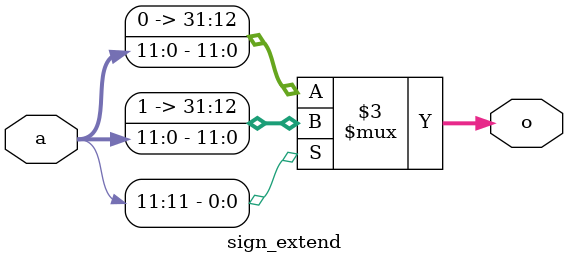
<source format=sv>
module sign_extend #(parameter N = 12, M = 32)
(
  input logic [N-1:0] a,
  output logic [M-1:0] o
);

  always_comb begin
    if (a[N-1]) begin         // if MSB of input is 1, extend with 1's
      o = { {M-N{1'b1}}, a };
	 end
    else begin                // if MSB of input is 0, extend with 0's
      o = { {M-N{1'b0}}, a };
	 end
  end

endmodule
</source>
